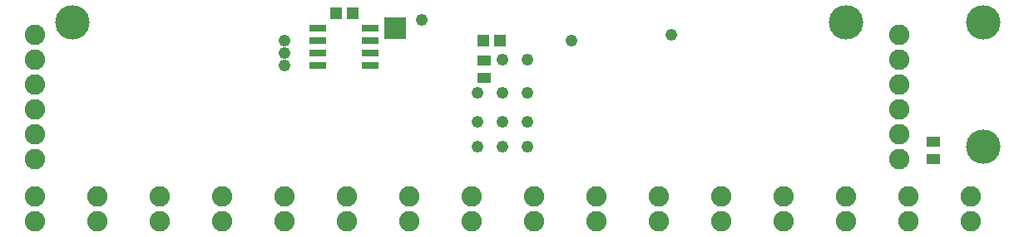
<source format=gbs>
G75*
G70*
%OFA0B0*%
%FSLAX24Y24*%
%IPPOS*%
%LPD*%
%AMOC8*
5,1,8,0,0,1.08239X$1,22.5*
%
%ADD10C,0.0820*%
%ADD11R,0.0513X0.0474*%
%ADD12R,0.0552X0.0395*%
%ADD13C,0.1380*%
%ADD14R,0.0710X0.0316*%
%ADD15R,0.0867X0.0867*%
%ADD16C,0.0490*%
D10*
X001655Y001655D03*
X004155Y001655D03*
X006655Y001655D03*
X009155Y001655D03*
X011655Y001655D03*
X014155Y001655D03*
X016655Y001655D03*
X019155Y001655D03*
X021655Y001655D03*
X024155Y001655D03*
X026655Y001655D03*
X029155Y001655D03*
X031655Y001655D03*
X034155Y001655D03*
X036655Y001655D03*
X039155Y001655D03*
X039155Y002655D03*
X036655Y002655D03*
X034155Y002655D03*
X031655Y002655D03*
X029155Y002655D03*
X026655Y002655D03*
X024155Y002655D03*
X021655Y002655D03*
X019155Y002655D03*
X016655Y002655D03*
X014155Y002655D03*
X011655Y002655D03*
X009155Y002655D03*
X006655Y002655D03*
X004155Y002655D03*
X001655Y002655D03*
X001655Y004155D03*
X001655Y005155D03*
X001655Y006155D03*
X001655Y007155D03*
X001655Y008155D03*
X001655Y009155D03*
X036295Y009155D03*
X036295Y008155D03*
X036295Y007155D03*
X036295Y006155D03*
X036295Y005155D03*
X036295Y004155D03*
D11*
X020290Y008905D03*
X019620Y008905D03*
X014390Y010005D03*
X013720Y010005D03*
D12*
X019655Y008109D03*
X019655Y007401D03*
X037655Y004859D03*
X037655Y004151D03*
D13*
X039655Y004655D03*
X039655Y009655D03*
X034155Y009655D03*
X003155Y009655D03*
D14*
X013010Y009405D03*
X013010Y008905D03*
X013010Y008405D03*
X013010Y007905D03*
X015100Y007909D03*
X015100Y008409D03*
X015100Y008909D03*
X015100Y009405D03*
D15*
X016105Y009405D03*
D16*
X017155Y009755D03*
X011655Y008905D03*
X011655Y008405D03*
X011655Y007905D03*
X019405Y006805D03*
X020405Y006805D03*
X021405Y006805D03*
X021405Y005655D03*
X020405Y005655D03*
X019405Y005655D03*
X019405Y004655D03*
X020405Y004655D03*
X021405Y004655D03*
X021405Y008155D03*
X020405Y008155D03*
X023155Y008905D03*
X027155Y009155D03*
M02*

</source>
